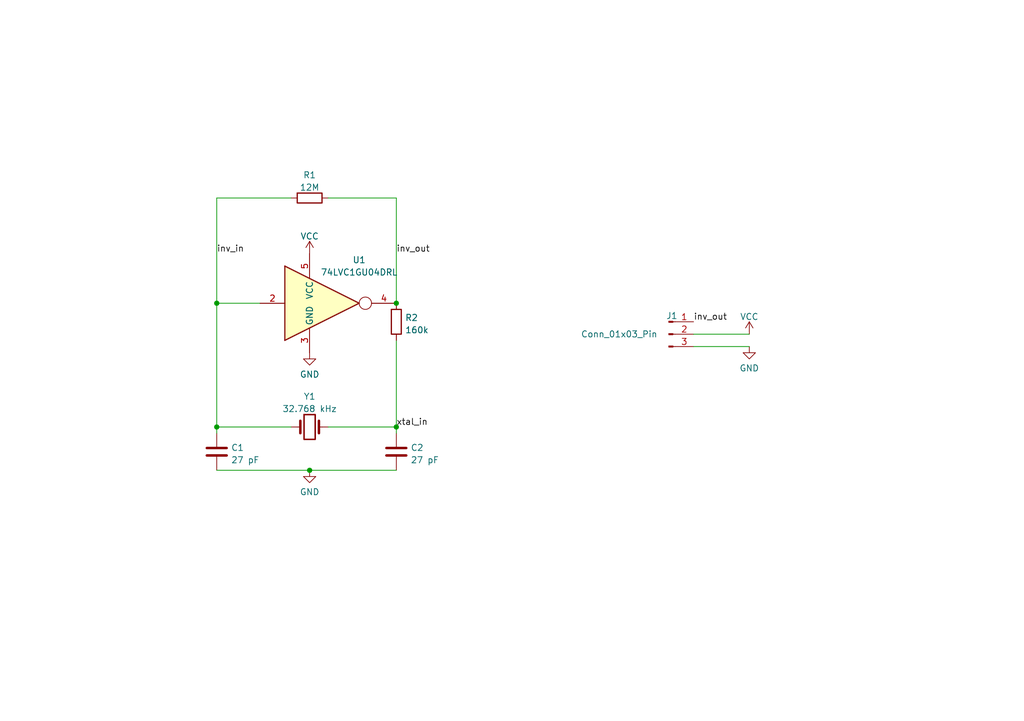
<source format=kicad_sch>
(kicad_sch (version 20211123) (generator eeschema)
  (paper "A5")
  (title_block (title "Pierce Oscillator") (rev "42") (company "imaginaerraum"))
  (lib_symbols
    (symbol "74xGxx:74LVC1GU04DRL"
      (property "Reference" "U" (at -5.08 10.16 0))
      (property "Value" "74LVC1GU04DRL" (at 17.78 10.16 0))
      (symbol "74LVC1GU04DRL_0_1"
        (rectangle (start -5.08 7.62) (end -5.08 -7.62) (stroke (width 0.254)) (fill (type background)))
        (polyline (pts (xy -5.08 -7.62) (xy 10.16 0) (xy -5.08 7.62)) (stroke (width 0.254)) (fill (type background)))
        (circle (center 11.43 0) (radius 1.27))
      )
      (symbol "74LVC1GU04DRL_1_1"
        (pin no_connect line (at 10.16 0 180) (length 5.08) hide (name "NC") (number "1"))
        (pin input line (at -10.16 0 0) (length 5.08) (name "~") (number "2"))
        (pin power_in line (at 0 -10.16 90) (length 5.08) (name "GND") (number "3"))
        (pin output line (at 17.78 0 180) (length 5.08) (name "~") (number "4"))
        (pin power_in line (at 0 10.16 270) (length 5.08) (name "VCC") (number "5"))
      )
    )
    (symbol "Connector:Conn_01x03_Pin" (pin_names (offset 1.016) hide)
      (property "Reference" "J" (at 0 5.08 0))
      (property "Value" "Conn_01x03_Pin" (at 0 -5.08 0))
      (symbol "Conn_01x03_Pin_1_1"
        (polyline (pts (xy 1.27 -2.54) (xy 0.8636 -2.54)) (stroke (width 0.1524)))
        (polyline (pts (xy 1.27 0) (xy 0.8636 0)) (stroke (width 0.1524)))
        (polyline (pts (xy 1.27 2.54) (xy 0.8636 2.54)) (stroke (width 0.1524)))
        (rectangle (start 0.8636 -2.413) (end 0 -2.667) (stroke (width 0.1524)) (fill (type outline)))
        (rectangle (start 0.8636 0.127) (end 0 -0.127) (stroke (width 0.1524)) (fill (type outline)))
        (rectangle (start 0.8636 2.667) (end 0 2.413) (stroke (width 0.1524)) (fill (type outline)))
        (pin passive line (at 5.08 2.54 180) (length 3.81) (name "Pin_1") (number "1"))
        (pin passive line (at 5.08 0 180) (length 3.81) (name "Pin_2") (number "2"))
        (pin passive line (at 5.08 -2.54 180) (length 3.81) (name "Pin_3") (number "3"))
      )
    )
    (symbol "Device:C" (pin_numbers hide) (pin_names (offset 0.254))
      (property "Reference" "C" (at 0.635 2.54 0))
      (property "Value" "C" (at 0.635 -2.54 0))
      (symbol "C_0_1"
        (polyline (pts (xy -2.032 -0.762) (xy 2.032 -0.762)) (stroke (width 0.508)))
        (polyline (pts (xy -2.032 0.762) (xy 2.032 0.762)) (stroke (width 0.508)))
      )
      (symbol "C_1_1"
        (pin passive line (at 0 3.81 270) (length 2.794) (name "~") (number "1"))
        (pin passive line (at 0 -3.81 90) (length 2.794) (name "~") (number "2"))
      )
    )
    (symbol "Device:Crystal" (pin_numbers hide) (pin_names (offset 1.016) hide)
      (property "Reference" "Y" (at 0 3.81 0))
      (property "Value" "Crystal" (at 0 -3.81 0))
      (symbol "Crystal_0_1"
        (rectangle (start -1.143 2.54) (end 1.143 -2.54) (stroke (width 0.3048)))
        (polyline (pts (xy -2.54 0) (xy -1.905 0)))
        (polyline (pts (xy -1.905 -1.27) (xy -1.905 1.27)) (stroke (width 0.508)))
        (polyline (pts (xy 1.905 -1.27) (xy 1.905 1.27)) (stroke (width 0.508)))
        (polyline (pts (xy 2.54 0) (xy 1.905 0)))
      )
      (symbol "Crystal_1_1"
        (pin passive line (at -3.81 0 0) (length 1.27) (name "1") (number "1"))
        (pin passive line (at 3.81 0 180) (length 1.27) (name "2") (number "2"))
      )
    )
    (symbol "Device:R" (pin_numbers hide) (pin_names (offset 0))
      (property "Reference" "R" (at 2.032 0 90))
      (property "Value" "R" (at 0 0 90))
      (symbol "R_0_1"
        (rectangle (start -1.016 -2.54) (end 1.016 2.54) (stroke (width 0.254)))
      )
      (symbol "R_1_1"
        (pin passive line (at 0 3.81 270) (length 1.27) (name "~") (number "1"))
        (pin passive line (at 0 -3.81 90) (length 1.27) (name "~") (number "2"))
      )
    )
    (symbol "power:GND" (power) (pin_names (offset 0))
      (property "Value" "GND" (at 0 -3.81 0))
      (symbol "GND_0_1"
        (polyline (pts (xy 0 0) (xy 0 -1.27) (xy 1.27 -1.27) (xy 0 -2.54) (xy -1.27 -1.27) (xy 0 -1.27)))
      )
      (symbol "GND_1_1"
        (pin power_in line (at 0 0 270) (length 0) hide (name "GND") (number "1"))
      )
    )
    (symbol "power:VCC" (power) (pin_names (offset 0))
      (property "Value" "VCC" (at 0 3.81 0))
      (symbol "VCC_0_1"
        (polyline (pts (xy -0.762 1.27) (xy 0 2.54)))
        (polyline (pts (xy 0 0) (xy 0 2.54)))
        (polyline (pts (xy 0 2.54) (xy 0.762 1.27)))
      )
      (symbol "VCC_1_1"
        (pin power_in line (at 0 0 90) (length 0) hide (name "VCC") (number "1"))
      )
    )
  )
  (junction (at 81.28 62.23))
  (junction (at 44.45 62.23))
  (junction (at 63.5 96.52))
  (junction (at 81.28 87.63))
  (junction (at 44.45 87.63))
  (wire (pts (xy 44.45 40.64) (xy 59.69 40.64)))
  (wire (pts (xy 81.28 87.63) (xy 67.31 87.63)))
  (wire (pts (xy 44.45 96.52) (xy 63.5 96.52)))
  (wire (pts (xy 81.28 87.63) (xy 81.28 88.9)))
  (wire (pts (xy 81.28 40.64) (xy 81.28 62.23)))
  (wire (pts (xy 44.45 62.23) (xy 53.34 62.23)))
  (wire (pts (xy 142.24 71.12) (xy 153.67 71.12)))
  (wire (pts (xy 44.45 87.63) (xy 44.45 62.23)))
  (wire (pts (xy 44.45 88.9) (xy 44.45 87.63)))
  (wire (pts (xy 63.5 96.52) (xy 81.28 96.52)))
  (wire (pts (xy 44.45 87.63) (xy 59.69 87.63)))
  (wire (pts (xy 142.24 68.58) (xy 153.67 68.58)))
  (wire (pts (xy 81.28 69.85) (xy 81.28 87.63)))
  (wire (pts (xy 67.31 40.64) (xy 81.28 40.64)))
  (wire (pts (xy 44.45 62.23) (xy 44.45 40.64)))
  (label "inv_in" (at 44.45 52.07 0))
  (label "inv_out" (at 142.24 66.04 0))
  (label "inv_out" (at 81.28 52.07 0))
  (label "xtal_in" (at 81.28 87.63 0))
  (symbol (lib_id "Connector:Conn_01x03_Pin") (at 137.16 68.58 0) (unit 1)
    (property "Reference" "J1" (at 137.795 64.804 0))
    (property "Value" "Conn_01x03_Pin" (at 127 68.58 0))
    (property "Footprint" "Connector_PinHeader_2.54mm:PinHeader_1x03_P2.54mm_Vertical" (effects hide))
  )
  (symbol (lib_id "power:GND") (at 153.67 71.12 0) (unit 1)
    (property "Reference" "#PWR0104" (effects hide))
    (property "Value" "GND" (at 153.67 75.5634 0))
  )
  (symbol (lib_id "Device:C") (at 81.28 92.71 0) (unit 1)
    (property "Reference" "C2" (at 84.201 91.8753 0) (effects (justify left)))
    (property "Value" "27 pF" (at 84.201 94.4122 0) (effects (justify left)))
    (property "Footprint" "Capacitor_SMD:C_0603_1608Metric" (effects hide))
  )
  (symbol (lib_id "power:GND") (at 63.5 96.52 0) (unit 1)
    (property "Reference" "#PWR0102" (effects hide))
    (property "Value" "GND" (at 63.5 100.9634 0))
  )
  (symbol (lib_id "power:GND") (at 63.5 72.39 0) (unit 1)
    (property "Reference" "#PWR0105" (effects hide))
    (property "Value" "GND" (at 63.5 76.8334 0))
  )
  (symbol (lib_id "74xGxx:74LVC1GU04DRL") (at 63.5 62.23 0) (unit 1)
    (property "Reference" "U1" (at 73.66 53.34 0))
    (property "Value" "74LVC1GU04DRL" (at 73.66 55.88 0))
    (property "Footprint" "Package_TO_SOT_SMD:SOT-553" (effects hide))
    (property "Datasheet" "http://www.ti.com/lit/ds/symlink/sn74lvc1gu04.pdf" (effects hide))
  )
  (symbol (lib_id "Device:Crystal") (at 63.5 87.63 0) (unit 1)
    (property "Reference" "Y1" (at 63.5 81.3648 0))
    (property "Value" "32.768 kHz" (at 63.5 83.9017 0))
    (property "Footprint" "Crystal:Crystal_AT310_D3.0mm_L10.0mm_Horizontal" (effects hide))
  )
  (symbol (lib_id "power:VCC") (at 63.5 52.07 0) (unit 1)
    (property "Reference" "#PWR0101" (effects hide))
    (property "Value" "VCC" (at 63.5 48.4942 0))
  )
  (symbol (lib_id "Device:R") (at 63.5 40.64 90) (unit 1)
    (property "Reference" "R1" (at 63.5 35.9242 90))
    (property "Value" "12M" (at 63.5 38.4611 90))
    (property "Footprint" "Resistor_SMD:R_0603_1608Metric" (effects hide))
  )
  (symbol (lib_id "power:VCC") (at 153.67 68.58 0) (unit 1)
    (property "Reference" "#PWR0103" (effects hide))
    (property "Value" "VCC" (at 153.67 65.0042 0))
  )
  (symbol (lib_id "Device:C") (at 44.45 92.71 0) (unit 1)
    (property "Reference" "C1" (at 47.371 91.8753 0) (effects (justify left)))
    (property "Value" "27 pF" (at 47.371 94.4122 0) (effects (justify left)))
    (property "Footprint" "Capacitor_SMD:C_0603_1608Metric" (effects hide))
  )
  (symbol (lib_id "Device:R") (at 81.28 66.04 0) (unit 1)
    (property "Reference" "R2" (at 83.058 65.2053 0) (effects (justify left)))
    (property "Value" "160k" (at 83.058 67.7422 0) (effects (justify left)))
    (property "Footprint" "Resistor_SMD:R_0603_1608Metric" (effects hide))
  )
)
</source>
